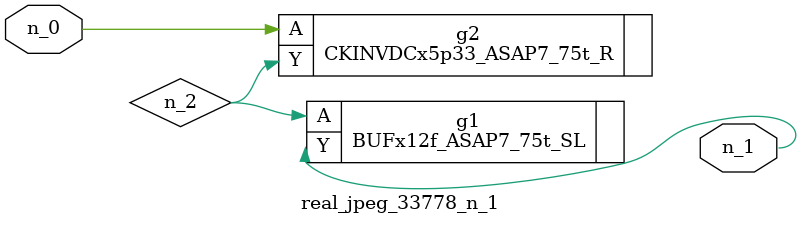
<source format=v>
module real_jpeg_33778_n_1 (n_0, n_1);

input n_0;

output n_1;

wire n_2;

CKINVDCx5p33_ASAP7_75t_R g2 ( 
.A(n_0),
.Y(n_2)
);

BUFx12f_ASAP7_75t_SL g1 ( 
.A(n_2),
.Y(n_1)
);


endmodule
</source>
